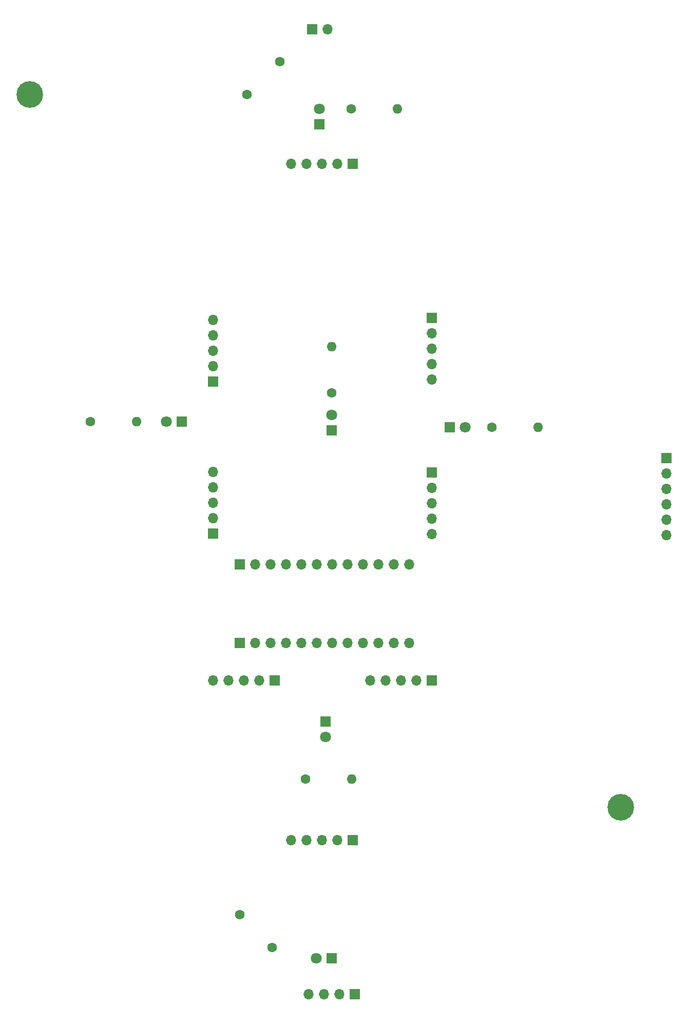
<source format=gbr>
%TF.GenerationSoftware,KiCad,Pcbnew,8.0.2*%
%TF.CreationDate,2024-05-04T16:44:52-04:00*%
%TF.ProjectId,RGBsensorBoard,52474273-656e-4736-9f72-426f6172642e,rev?*%
%TF.SameCoordinates,Original*%
%TF.FileFunction,Soldermask,Bot*%
%TF.FilePolarity,Negative*%
%FSLAX46Y46*%
G04 Gerber Fmt 4.6, Leading zero omitted, Abs format (unit mm)*
G04 Created by KiCad (PCBNEW 8.0.2) date 2024-05-04 16:44:52*
%MOMM*%
%LPD*%
G01*
G04 APERTURE LIST*
G04 Aperture macros list*
%AMHorizOval*
0 Thick line with rounded ends*
0 $1 width*
0 $2 $3 position (X,Y) of the first rounded end (center of the circle)*
0 $4 $5 position (X,Y) of the second rounded end (center of the circle)*
0 Add line between two ends*
20,1,$1,$2,$3,$4,$5,0*
0 Add two circle primitives to create the rounded ends*
1,1,$1,$2,$3*
1,1,$1,$4,$5*%
G04 Aperture macros list end*
%ADD10R,1.800000X1.800000*%
%ADD11C,1.800000*%
%ADD12R,1.700000X1.700000*%
%ADD13O,1.700000X1.700000*%
%ADD14C,1.600000*%
%ADD15O,1.600000X1.600000*%
%ADD16C,4.400000*%
%ADD17HorizOval,1.600000X0.000000X0.000000X0.000000X0.000000X0*%
%ADD18HorizOval,1.600000X0.000000X0.000000X0.000000X0.000000X0*%
G04 APERTURE END LIST*
D10*
%TO.C,D5*%
X104800001Y-179900000D03*
D11*
X102260001Y-179900000D03*
%TD*%
D12*
%TO.C,J1*%
X121300001Y-74359999D03*
D13*
X121300001Y-76899999D03*
X121300001Y-79439998D03*
X121300001Y-81979999D03*
X121300001Y-84519999D03*
%TD*%
D14*
%TO.C,R6*%
X104800001Y-86710000D03*
D15*
X104800001Y-79090000D03*
%TD*%
D12*
%TO.C,J5*%
X95400000Y-134099999D03*
D13*
X92860000Y-134099999D03*
X90320001Y-134099999D03*
X87780000Y-134099999D03*
X85240000Y-134099999D03*
%TD*%
D12*
%TO.C,J9*%
X89600000Y-114999999D03*
D13*
X92140000Y-114999999D03*
X94679999Y-114999999D03*
X97220000Y-114999999D03*
X99760000Y-114999999D03*
X102300000Y-114999999D03*
X104840000Y-114999999D03*
X107380001Y-114999999D03*
X109920000Y-114999999D03*
X112460000Y-114999999D03*
X115000000Y-114999999D03*
X117539999Y-114999999D03*
%TD*%
D16*
%TO.C,hole*%
X152500000Y-155000000D03*
%TD*%
D10*
%TO.C,D6*%
X104800001Y-92900000D03*
D11*
X104800001Y-90360000D03*
%TD*%
D14*
%TO.C,R2*%
X107990001Y-39900000D03*
D15*
X115610001Y-39900000D03*
%TD*%
D12*
%TO.C,J10*%
X89600001Y-127899999D03*
D13*
X92140001Y-127899999D03*
X94680000Y-127899999D03*
X97220001Y-127899999D03*
X99760001Y-127899999D03*
X102300001Y-127899999D03*
X104840001Y-127899999D03*
X107380002Y-127899999D03*
X109920001Y-127899999D03*
X112460001Y-127899999D03*
X115000001Y-127899999D03*
X117540000Y-127899999D03*
%TD*%
D14*
%TO.C,R1*%
X100490000Y-150399999D03*
D15*
X108110000Y-150399999D03*
%TD*%
D12*
%TO.C,J4*%
X121300000Y-99779999D03*
D13*
X121300000Y-102319999D03*
X121300000Y-104859998D03*
X121300000Y-107399999D03*
X121300000Y-109939999D03*
%TD*%
D10*
%TO.C,D3*%
X124260000Y-92399999D03*
D11*
X126800000Y-92399999D03*
%TD*%
D14*
%TO.C,R3*%
X131180000Y-92399999D03*
D15*
X138800000Y-92399999D03*
%TD*%
D14*
%TO.C,R4*%
X64990001Y-91400000D03*
D15*
X72610001Y-91400000D03*
%TD*%
D12*
%TO.C,J2*%
X85270001Y-84860000D03*
D13*
X85270001Y-82320000D03*
X85270001Y-79780001D03*
X85270001Y-77240000D03*
X85270001Y-74700000D03*
%TD*%
D14*
%TO.C,R5*%
X94994078Y-178094077D03*
D17*
X89605924Y-172705923D03*
%TD*%
D10*
%TO.C,D2*%
X80075000Y-91399999D03*
D11*
X77535000Y-91399999D03*
%TD*%
D10*
%TO.C,D1*%
X103800000Y-140859999D03*
D11*
X103800000Y-143399999D03*
%TD*%
D12*
%TO.C,J3*%
X85270001Y-109900000D03*
D13*
X85270001Y-107360000D03*
X85270001Y-104820001D03*
X85270001Y-102280000D03*
X85270001Y-99740000D03*
%TD*%
D12*
%TO.C,J6*%
X121280000Y-134100000D03*
D13*
X118740000Y-134100000D03*
X116200001Y-134100000D03*
X113660000Y-134100000D03*
X111120000Y-134100000D03*
%TD*%
D12*
%TO.C,J7*%
X108300000Y-48899999D03*
D13*
X105760000Y-48899999D03*
X103220001Y-48899999D03*
X100680000Y-48899999D03*
X98140000Y-48899999D03*
%TD*%
D10*
%TO.C,D4*%
X102800001Y-42400000D03*
D11*
X102800001Y-39860000D03*
%TD*%
D12*
%TO.C,J8*%
X108300000Y-160399999D03*
D13*
X105760000Y-160399999D03*
X103220001Y-160399999D03*
X100680000Y-160399999D03*
X98140000Y-160399999D03*
%TD*%
D16*
%TO.C,hole2*%
X55000000Y-37500000D03*
%TD*%
D12*
%TO.C,C3*%
X108624779Y-185878444D03*
D13*
X106084779Y-185878444D03*
X103544780Y-185878444D03*
X101004779Y-185878444D03*
%TD*%
D14*
%TO.C,R6*%
X90862256Y-37470873D03*
D18*
X96250410Y-32082719D03*
%TD*%
D12*
%TO.C,C1*%
X101553711Y-26779418D03*
D13*
X104093711Y-26779418D03*
%TD*%
%TO.C,J11*%
X160000000Y-110120001D03*
X160000000Y-107580001D03*
X160000000Y-105040001D03*
X160000000Y-102500000D03*
X160000000Y-99960001D03*
D12*
X160000000Y-97420001D03*
%TD*%
M02*

</source>
